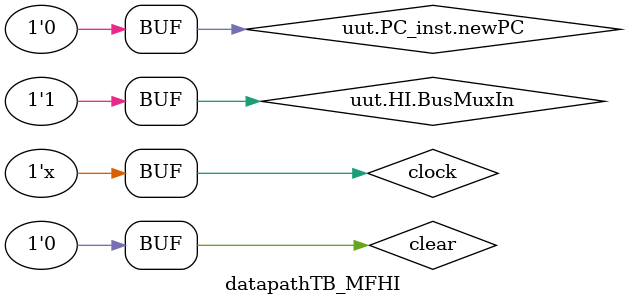
<source format=v>
/* TO DO:
	Fix T6 so that signals are actually driven for Read and MDRin
*/
`timescale 1ns/1ps

module datapathTB_MFHI;

    // Clock and Reset
    reg clock;
    reg clear;
    reg PCout, Zhighout, Zlowout, MDRout, CON_Out; 
    reg MARin, PCin, MDRin, IRin, Yin, Zin;
    reg IncPC, Read, Write;
    reg Gra, Grb, Grc, BAout;
    reg [4:0] opcode;
    reg HIin, LOin, ZHighIn, ZLowIn;
    reg [8:0] Address;    
    reg [31:0] Mdatain;     
	 reg Rout, Rin;
	 reg Cout, HIout, LOout, Yout, InPortout;
	 reg CONin;
	 reg [31:0] external_input;
	 reg OutPortin;

    // OUTPUTS FROM DataPath (wires)
    wire R0out, R1out, R2out, R3out, R4out, R5out, R6out, R7out;
    wire R8out, R9out, R10out, R11out, R12out, R13out, R14out, R15out;
	 wire [31:0] external_output;
	 
	 parameter Default = 4'b0000, T0 = 4'b0111, T1 = 4'b1000, T2 = 4'b1001, T3 = 4'b1010, T4 = 4'b1011, T5 = 4'b1100, T6 = 4'b1101, T7 = 4'b1110;
    
	 reg [3:0] Present_state = Default;
	 
    // Instantiate DataPath
    DataPath uut(
        .clock(clock),
        .clear(clear),
        .PCout(PCout), 
        .Zhighout(Zhighout), 
        .Zlowout(Zlowout), 
        .MDRout(MDRout),
        .MARin(MARin), 
        .Rin(Rin),
        .PCin(PCin), 
        .MDRin(MDRin), 
        .IRin(IRin), 
        .Yin(Yin),
        .IncPC(IncPC), 
        .Read(Read), 
        .Write(Write),
        .Gra(Gra), 
        .Grb(Grb), 
        .Grc(Grc),
        .opcode(opcode),
        .HIin(HIin), 
        .LOin(LOin), 
        .ZHighIn(ZHighIn), 
        .ZLowIn(ZLowIn), 
        .Address(Address),
        .Mdatain(Mdatain),
        .BAout(BAout),
        .R0out(R0out), 
        .R1out(R1out), 
        .R2out(R2out), 
        .R3out(R3out),
        .R4out(R4out), 
        .R5out(R5out), 
        .R6out(R6out), 
        .R7out(R7out),
        .R8out(R8out), 
        .R9out(R9out), 
        .R10out(R10out), 
        .R11out(R11out),
        .R12out(R12out), 
        .R13out(R13out), 
        .R14out(R14out), 
        .R15out(R15out),
        .HIout(HIout), 
        .LOout(LOout),
        .Yout(Yout), 
        .InPortout(InPortout), 
        .Cout(Cout),   // Fixed naming (was CSignOut)
        .Rout(Rout),    // Added Rout
		  .CONin(CONin),
		  .InPortData(external_input),  // Input data to InPort
		  .OutPortData(external_output), // Output data from OutPort
        .OutPortin(OutPortin)      // Control signal for writing output
    );

    
   initial begin
      clock = 0;
		clear = 0;
		uut.PC_inst.newPC = 32'h16;
		uut.HI.BusMuxIn = 32'h99;
   end
	 
	always 
		#10  clock <= ~clock;
		
	always @(posedge clock) begin
    case (Present_state)
        Default: Present_state <= T0;
        T0:      Present_state <= T1;
        T1:      Present_state <= T2;
        T2:      Present_state <= T3;
        T3:      Present_state <= T4;
        T4:      Present_state <= T5;
        T5:      Present_state <= T6;
        T6:      Present_state <= Default; // Reset or stop
		endcase
	end 
	
	always @(Present_state) begin
			case (Present_state)
				Default: begin
                PCout <= 0;         Zhighout <= 0;      Zlowout <= 0;      MDRout <= 0;
                MARin <= 0;         PCin <= 0;          MDRin <= 0;        IRin <= 0;          Yin <= 0;
                IncPC <= 0;         Read <= 0;          Write <= 0;		
                Gra <= 0;           Grb <= 0;           Grc <= 0;          opcode <= 0;
                HIin <= 0;          LOin <= 0;          ZHighIn <= 0;      ZLowIn <= 0; 
                Address <= 9'h0;    Mdatain <= 32'h0;
                Cout <= 0; 
					 CONin <= 0; 
            end
				
			T0: begin 
                    MARin <= 1;     IncPC <= 1; PCout <= 1; ZLowIn <= 1; 
 
            end

			T1: begin 
					     MARin <= 0;     IncPC <= 0; PCout <= 0; ZLowIn <= 0;  
						  Zlowout <= 1; Read <= 1; MDRin <= 1;
            end

			T2: begin 
						  Zlowout <= 0; Read <= 0; MDRin <= 0;
                    MDRout <= 1;    IRin <= 1; 
            end

			  T3: begin 
			  			  MDRout <= 0;     		 IRin <= 0;
                    HIout <= 1;            Gra <= 1;	 Rin <= 1;					
            end

			  T4: begin 
                    HIout <= 0;            Gra <= 0;	 Rin <= 0;		   
            end

		endcase
	end

endmodule
</source>
